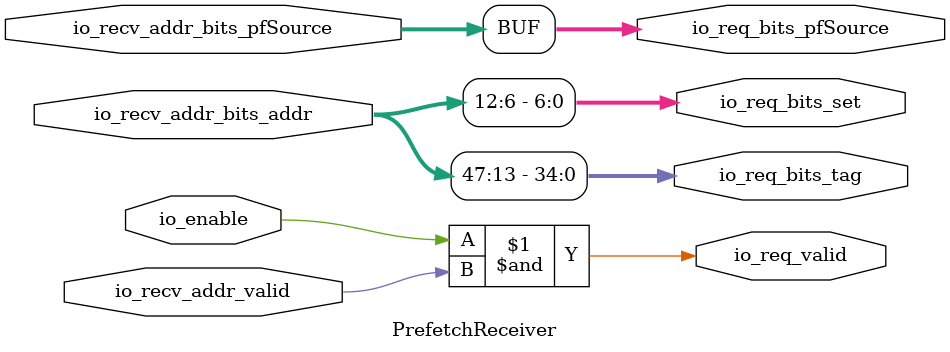
<source format=sv>
`ifndef RANDOMIZE
  `ifdef RANDOMIZE_MEM_INIT
    `define RANDOMIZE
  `endif // RANDOMIZE_MEM_INIT
`endif // not def RANDOMIZE
`ifndef RANDOMIZE
  `ifdef RANDOMIZE_REG_INIT
    `define RANDOMIZE
  `endif // RANDOMIZE_REG_INIT
`endif // not def RANDOMIZE

`ifndef RANDOM
  `define RANDOM $random
`endif // not def RANDOM

// Users can define INIT_RANDOM as general code that gets injected into the
// initializer block for modules with registers.
`ifndef INIT_RANDOM
  `define INIT_RANDOM
`endif // not def INIT_RANDOM

// If using random initialization, you can also define RANDOMIZE_DELAY to
// customize the delay used, otherwise 0.002 is used.
`ifndef RANDOMIZE_DELAY
  `define RANDOMIZE_DELAY 0.002
`endif // not def RANDOMIZE_DELAY

// Define INIT_RANDOM_PROLOG_ for use in our modules below.
`ifndef INIT_RANDOM_PROLOG_
  `ifdef RANDOMIZE
    `ifdef VERILATOR
      `define INIT_RANDOM_PROLOG_ `INIT_RANDOM
    `else  // VERILATOR
      `define INIT_RANDOM_PROLOG_ `INIT_RANDOM #`RANDOMIZE_DELAY begin end
    `endif // VERILATOR
  `else  // RANDOMIZE
    `define INIT_RANDOM_PROLOG_
  `endif // RANDOMIZE
`endif // not def INIT_RANDOM_PROLOG_

// Include register initializers in init blocks unless synthesis is set
`ifndef SYNTHESIS
  `ifndef ENABLE_INITIAL_REG_
    `define ENABLE_INITIAL_REG_
  `endif // not def ENABLE_INITIAL_REG_
`endif // not def SYNTHESIS

// Include rmemory initializers in init blocks unless synthesis is set
`ifndef SYNTHESIS
  `ifndef ENABLE_INITIAL_MEM_
    `define ENABLE_INITIAL_MEM_
  `endif // not def ENABLE_INITIAL_MEM_
`endif // not def SYNTHESIS

module PrefetchReceiver(
  output        io_req_valid,
  output [34:0] io_req_bits_tag,
  output [6:0]  io_req_bits_set,
  output [3:0]  io_req_bits_pfSource,
  input         io_recv_addr_valid,
  input  [63:0] io_recv_addr_bits_addr,
  input  [3:0]  io_recv_addr_bits_pfSource,
  input         io_enable
);

  assign io_req_valid = io_enable & io_recv_addr_valid;
  assign io_req_bits_tag = io_recv_addr_bits_addr[47:13];
  assign io_req_bits_set = io_recv_addr_bits_addr[12:6];
  assign io_req_bits_pfSource = io_recv_addr_bits_pfSource;
endmodule


</source>
